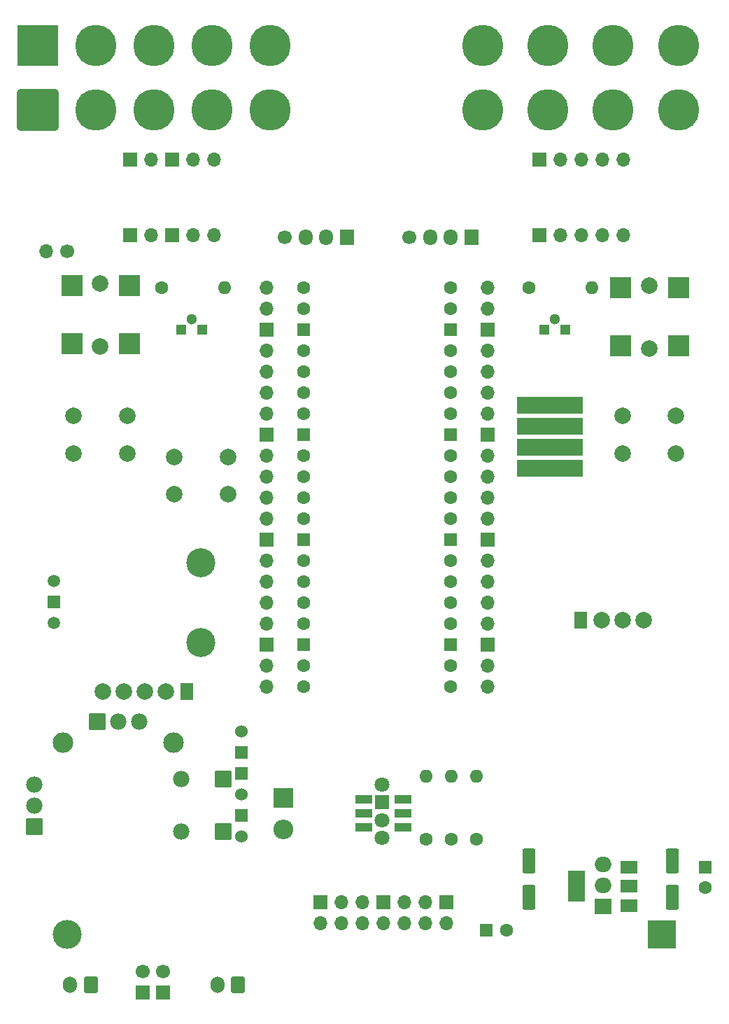
<source format=gbr>
%TF.GenerationSoftware,KiCad,Pcbnew,7.0.6*%
%TF.CreationDate,2023-09-03T15:23:35-03:00*%
%TF.ProjectId,bitdoglab_v41,62697464-6f67-46c6-9162-5f7634312e6b,rev?*%
%TF.SameCoordinates,Original*%
%TF.FileFunction,Soldermask,Top*%
%TF.FilePolarity,Negative*%
%FSLAX46Y46*%
G04 Gerber Fmt 4.6, Leading zero omitted, Abs format (unit mm)*
G04 Created by KiCad (PCBNEW 7.0.6) date 2023-09-03 15:23:35*
%MOMM*%
%LPD*%
G01*
G04 APERTURE LIST*
G04 Aperture macros list*
%AMRoundRect*
0 Rectangle with rounded corners*
0 $1 Rounding radius*
0 $2 $3 $4 $5 $6 $7 $8 $9 X,Y pos of 4 corners*
0 Add a 4 corners polygon primitive as box body*
4,1,4,$2,$3,$4,$5,$6,$7,$8,$9,$2,$3,0*
0 Add four circle primitives for the rounded corners*
1,1,$1+$1,$2,$3*
1,1,$1+$1,$4,$5*
1,1,$1+$1,$6,$7*
1,1,$1+$1,$8,$9*
0 Add four rect primitives between the rounded corners*
20,1,$1+$1,$2,$3,$4,$5,0*
20,1,$1+$1,$4,$5,$6,$7,0*
20,1,$1+$1,$6,$7,$8,$9,0*
20,1,$1+$1,$8,$9,$2,$3,0*%
%AMFreePoly0*
4,1,5,1.000000,-0.762000,-1.000000,-0.762000,-1.000000,0.762000,1.000000,0.762000,1.000000,-0.762000,1.000000,-0.762000,$1*%
G04 Aperture macros list end*
%ADD10RoundRect,0.320515X2.179485X-2.179485X2.179485X2.179485X-2.179485X2.179485X-2.179485X-2.179485X0*%
%ADD11R,5.000000X5.000000*%
%ADD12C,5.000000*%
%ADD13RoundRect,0.102000X-0.889000X0.889000X-0.889000X-0.889000X0.889000X-0.889000X0.889000X0.889000X0*%
%ADD14C,1.982000*%
%ADD15C,2.490000*%
%ADD16C,1.700000*%
%ADD17O,1.700000X1.950000*%
%ADD18R,1.700000X1.950000*%
%ADD19C,2.000000*%
%ADD20R,1.600000X1.600000*%
%ADD21C,1.600000*%
%ADD22O,1.700000X1.700000*%
%ADD23R,1.700000X1.700000*%
%ADD24RoundRect,0.250000X0.600000X0.750000X-0.600000X0.750000X-0.600000X-0.750000X0.600000X-0.750000X0*%
%ADD25O,1.700000X2.000000*%
%ADD26R,2.500000X2.500000*%
%ADD27C,1.800000*%
%ADD28R,1.800000X1.800000*%
%ADD29R,8.000000X2.000000*%
%ADD30C,1.508000*%
%ADD31R,1.508000X1.508000*%
%ADD32C,3.516000*%
%ADD33R,2.400000X2.400000*%
%ADD34O,2.400000X2.400000*%
%ADD35RoundRect,0.250000X0.550000X-1.250000X0.550000X1.250000X-0.550000X1.250000X-0.550000X-1.250000X0*%
%ADD36FreePoly0,270.000000*%
%ADD37R,2.000000X1.905000*%
%ADD38O,2.000000X1.905000*%
%ADD39R,2.000000X1.500000*%
%ADD40R,2.000000X3.800000*%
%ADD41R,1.600000X2.000000*%
%ADD42R,2.000000X1.100000*%
%ADD43C,3.500000*%
%ADD44R,3.500000X3.500000*%
%ADD45O,1.600000X1.600000*%
%ADD46R,1.300000X1.300000*%
%ADD47C,1.300000*%
%ADD48C,1.524000*%
%ADD49R,1.524000X1.524000*%
%ADD50RoundRect,0.200000X0.600000X0.600000X-0.600000X0.600000X-0.600000X-0.600000X0.600000X-0.600000X0*%
G04 APERTURE END LIST*
D10*
%TO.C,J7*%
X91691500Y-45758100D03*
D11*
X91691500Y-37958100D03*
%TD*%
D12*
%TO.C,J16*%
X153390600Y-45751750D03*
X153390600Y-37951750D03*
%TD*%
D13*
%TO.C,REF\u002A\u002A*%
X114096800Y-126720600D03*
X114096800Y-133070600D03*
D14*
X109016800Y-126720600D03*
X109016800Y-133070600D03*
X91236800Y-127355600D03*
X91236800Y-129895600D03*
D13*
X91236800Y-132435600D03*
D15*
X108064300Y-122275600D03*
X94729300Y-122275600D03*
D14*
X103936800Y-119735600D03*
X101396800Y-119735600D03*
D13*
X98856800Y-119735600D03*
%TD*%
D16*
%TO.C,J101*%
X136628800Y-61214000D03*
D17*
X139128800Y-61214000D03*
X141628800Y-61214000D03*
D18*
X144128800Y-61214000D03*
%TD*%
D19*
%TO.C,SW2*%
X95989000Y-82804000D03*
X102489000Y-82804000D03*
X95989000Y-87304000D03*
X102489000Y-87304000D03*
%TD*%
%TO.C,BZ3*%
X165660000Y-67010000D03*
X165660000Y-74610000D03*
%TD*%
D20*
%TO.C,C*%
X145897600Y-144983200D03*
D21*
X148397600Y-144983200D03*
%TD*%
D22*
%TO.C,J13*%
X162555000Y-51809650D03*
X160015000Y-51809650D03*
X157475000Y-51809650D03*
X154935000Y-51809650D03*
D23*
X152395000Y-51809650D03*
%TD*%
D24*
%TO.C,CARGA_SOLAR_5V*%
X115911000Y-151638000D03*
D25*
X113411000Y-151638000D03*
%TD*%
D26*
%TO.C,BZ4*%
X162202500Y-67310000D03*
X162202500Y-74310000D03*
X169202500Y-74310000D03*
X169202500Y-67310000D03*
%TD*%
%TO.C,Buzzer*%
X95781500Y-67056000D03*
X95781500Y-74056000D03*
X102781500Y-74056000D03*
X102781500Y-67056000D03*
%TD*%
D27*
%TO.C,D2*%
X133350000Y-127381000D03*
D28*
X133350000Y-129540000D03*
D27*
X133350000Y-131699000D03*
X133350000Y-133858000D03*
%TD*%
D29*
%TO.C,J14*%
X153650000Y-81470000D03*
X153650000Y-84010000D03*
X153650000Y-86550000D03*
X153650000Y-89090000D03*
%TD*%
D23*
%TO.C,a100*%
X104350000Y-152550000D03*
%TD*%
D30*
%TO.C,U4*%
X93599000Y-102743000D03*
D31*
X93599000Y-105283000D03*
D30*
X93599000Y-107823000D03*
D32*
X111379000Y-100584000D03*
X111379000Y-110236000D03*
%TD*%
D33*
%TO.C,Diode Shottky*%
X121412000Y-128986000D03*
D34*
X121412000Y-132796000D03*
%TD*%
D12*
%TO.C,J9*%
X105712300Y-45758100D03*
X105712300Y-37958100D03*
%TD*%
D16*
%TO.C,a102*%
X104343200Y-150012400D03*
%TD*%
D23*
%TO.C,a101*%
X106850000Y-152550000D03*
%TD*%
D12*
%TO.C,J10*%
X112722700Y-45758100D03*
X112722700Y-37958100D03*
%TD*%
D23*
%TO.C,J2*%
X141071600Y-141655800D03*
D22*
X141071600Y-144195800D03*
X138531600Y-141655800D03*
X138531600Y-144195800D03*
X135991600Y-141655800D03*
X135991600Y-144195800D03*
D23*
X133451600Y-141655800D03*
D22*
X133451600Y-144195800D03*
X130911600Y-141655800D03*
X130911600Y-144195800D03*
X128371600Y-141655800D03*
X128371600Y-144195800D03*
D23*
X125831600Y-141655800D03*
D22*
X125831600Y-144195800D03*
%TD*%
D24*
%TO.C,V_BAT*%
X98074800Y-151638000D03*
D25*
X95574800Y-151638000D03*
%TD*%
D35*
%TO.C,C2*%
X151130000Y-141050900D03*
X151130000Y-136650900D03*
%TD*%
D16*
%TO.C,J4*%
X95250000Y-62890400D03*
D22*
X92710000Y-62890400D03*
%TD*%
%TO.C,J12*%
X162555000Y-60960000D03*
X160015000Y-60960000D03*
X157475000Y-60960000D03*
X154935000Y-60960000D03*
D23*
X152395000Y-60960000D03*
%TD*%
D36*
%TO.C,J19*%
X109720000Y-116100000D03*
D19*
X107180000Y-116100000D03*
X104640000Y-116100000D03*
X102100000Y-116100000D03*
X99560000Y-116100000D03*
%TD*%
D12*
%TO.C,J18*%
X169189400Y-45751750D03*
X169189400Y-37951750D03*
%TD*%
%TO.C,J15*%
X145491200Y-45751750D03*
X145491200Y-37951750D03*
%TD*%
D19*
%TO.C,BZ1*%
X99239000Y-66756000D03*
X99239000Y-74356000D03*
%TD*%
D37*
%TO.C,U1*%
X160070800Y-142087600D03*
D38*
X160070800Y-139547600D03*
X160070800Y-137007600D03*
%TD*%
D16*
%TO.C,a103*%
X106843200Y-150012400D03*
%TD*%
D12*
%TO.C,J17*%
X161290000Y-45751750D03*
X161290000Y-37951750D03*
%TD*%
D39*
%TO.C,Reg   3V3*%
X163170000Y-142000000D03*
X163170000Y-139700000D03*
X163170000Y-137400000D03*
D40*
X156870000Y-139700000D03*
%TD*%
D16*
%TO.C,J100*%
X121582800Y-61214000D03*
D17*
X124082800Y-61214000D03*
X126582800Y-61214000D03*
D18*
X129082800Y-61214000D03*
%TD*%
D19*
%TO.C,SW3*%
X162410000Y-82804000D03*
X168910000Y-82804000D03*
X162410000Y-87304000D03*
X168910000Y-87304000D03*
%TD*%
D12*
%TO.C,J11*%
X119733100Y-45758100D03*
X119733100Y-37958100D03*
%TD*%
D41*
%TO.C,OLED*%
X157403800Y-107492800D03*
D19*
X159943800Y-107492800D03*
X162483800Y-107492800D03*
X165023800Y-107492800D03*
%TD*%
D35*
%TO.C,C1*%
X168458800Y-141050900D03*
X168458800Y-136650900D03*
%TD*%
D22*
%TO.C,J5*%
X113030000Y-60950000D03*
X110490000Y-60950000D03*
D23*
X107950000Y-60950000D03*
D22*
X105410000Y-60950000D03*
D23*
X102870000Y-60950000D03*
%TD*%
%TO.C,J6*%
X102880000Y-51816000D03*
D22*
X105420000Y-51816000D03*
D23*
X107960000Y-51816000D03*
D22*
X110500000Y-51816000D03*
X113040000Y-51816000D03*
%TD*%
D20*
%TO.C,C*%
X172415200Y-137363200D03*
D21*
X172415200Y-139863200D03*
%TD*%
D12*
%TO.C,J8*%
X98701900Y-45758100D03*
X98701900Y-37958100D03*
%TD*%
D42*
%TO.C,LED RGB*%
X131090000Y-129195000D03*
X131090000Y-130895000D03*
X131090000Y-132595000D03*
X135890000Y-132595000D03*
X135890000Y-130895000D03*
X135890000Y-129195000D03*
%TD*%
D43*
%TO.C,BT1*%
X95199200Y-145542000D03*
D44*
X167199200Y-145542000D03*
%TD*%
D21*
%TO.C,Rg 220*%
X138684000Y-133985000D03*
D45*
X138684000Y-126365000D03*
%TD*%
D19*
%TO.C,SW1*%
X114694100Y-87761300D03*
X108194100Y-87761300D03*
X114694100Y-92261300D03*
X108194100Y-92261300D03*
%TD*%
D46*
%TO.C,Q3*%
X155459200Y-72390000D03*
D47*
X154189200Y-71120000D03*
D46*
X152919200Y-72390000D03*
%TD*%
D21*
%TO.C,Rb 150*%
X144780000Y-133985000D03*
D45*
X144780000Y-126365000D03*
%TD*%
D46*
%TO.C,Q2*%
X111568000Y-72390000D03*
D47*
X110298000Y-71120000D03*
D46*
X109028000Y-72390000D03*
%TD*%
D22*
%TO.C,J1*%
X146126200Y-67284600D03*
X146126200Y-69824600D03*
D23*
X146126200Y-72364600D03*
D22*
X146126200Y-74904600D03*
X146126200Y-77444600D03*
X146126200Y-79984600D03*
X146126200Y-82524600D03*
D23*
X146126200Y-85064600D03*
D22*
X146126200Y-87604600D03*
X146126200Y-90144600D03*
X146126200Y-92684600D03*
X146126200Y-95224600D03*
D23*
X146126200Y-97764600D03*
D22*
X146126200Y-100304600D03*
X146126200Y-102844600D03*
X146126200Y-105384600D03*
X146126200Y-107924600D03*
D23*
X146126200Y-110464600D03*
D22*
X146126200Y-113004600D03*
X146126200Y-115544600D03*
%TD*%
D21*
%TO.C,R1*%
X106680000Y-67310000D03*
D45*
X114300000Y-67310000D03*
%TD*%
D21*
%TO.C,R2*%
X151130000Y-67310000D03*
D45*
X158750000Y-67310000D03*
%TD*%
D48*
%TO.C,Charge DisCharge*%
X116286600Y-133692100D03*
D49*
X116286600Y-131152100D03*
D48*
X116286600Y-128612100D03*
D49*
X116286600Y-126072100D03*
X116286600Y-123532100D03*
D48*
X116286600Y-120992100D03*
%TD*%
D22*
%TO.C,J3*%
X119380000Y-115544600D03*
X119380000Y-113004600D03*
D23*
X119380000Y-110464600D03*
D22*
X119380000Y-107924600D03*
X119380000Y-105384600D03*
X119380000Y-102844600D03*
X119380000Y-100304600D03*
D23*
X119380000Y-97764600D03*
D22*
X119380000Y-95224600D03*
X119380000Y-92684600D03*
X119380000Y-90144600D03*
X119380000Y-87604600D03*
D23*
X119380000Y-85064600D03*
D22*
X119380000Y-82524600D03*
X119380000Y-79984600D03*
X119380000Y-77444600D03*
X119380000Y-74904600D03*
D23*
X119380000Y-72364600D03*
D22*
X119380000Y-69824600D03*
X119380000Y-67284600D03*
%TD*%
D21*
%TO.C,Rr 220*%
X141732000Y-133985000D03*
D45*
X141732000Y-126365000D03*
%TD*%
D21*
%TO.C,A1*%
X141657400Y-67310000D03*
X141657400Y-69850000D03*
D50*
X141657400Y-72390000D03*
D21*
X141657400Y-74930000D03*
X141657400Y-77470000D03*
X141657400Y-80010000D03*
X141657400Y-82550000D03*
D50*
X141657400Y-85090000D03*
D21*
X141657400Y-87630000D03*
X141657400Y-90170000D03*
X141657400Y-92710000D03*
X141657400Y-95250000D03*
D50*
X141657400Y-97790000D03*
D21*
X141657400Y-100330000D03*
X141657400Y-102870000D03*
X141615519Y-105410000D03*
X141657400Y-107950000D03*
D50*
X141657400Y-110490000D03*
D21*
X141657400Y-113030000D03*
X141657400Y-115570000D03*
X123877400Y-115570000D03*
X123877400Y-113030000D03*
D50*
X123877400Y-110490000D03*
D21*
X123877400Y-107950000D03*
X123877400Y-105410000D03*
X123877400Y-102870000D03*
X123877400Y-100330000D03*
D50*
X123877400Y-97790000D03*
D21*
X123877400Y-95250000D03*
X123877400Y-92710000D03*
X123877400Y-90170000D03*
X123877400Y-87630000D03*
D50*
X123877400Y-85090000D03*
D21*
X123877400Y-82550000D03*
X123877400Y-80010000D03*
X123877400Y-77470000D03*
X123877400Y-74930000D03*
D50*
X123877400Y-72390000D03*
D21*
X123877400Y-69850000D03*
X123877400Y-67310000D03*
%TD*%
M02*

</source>
